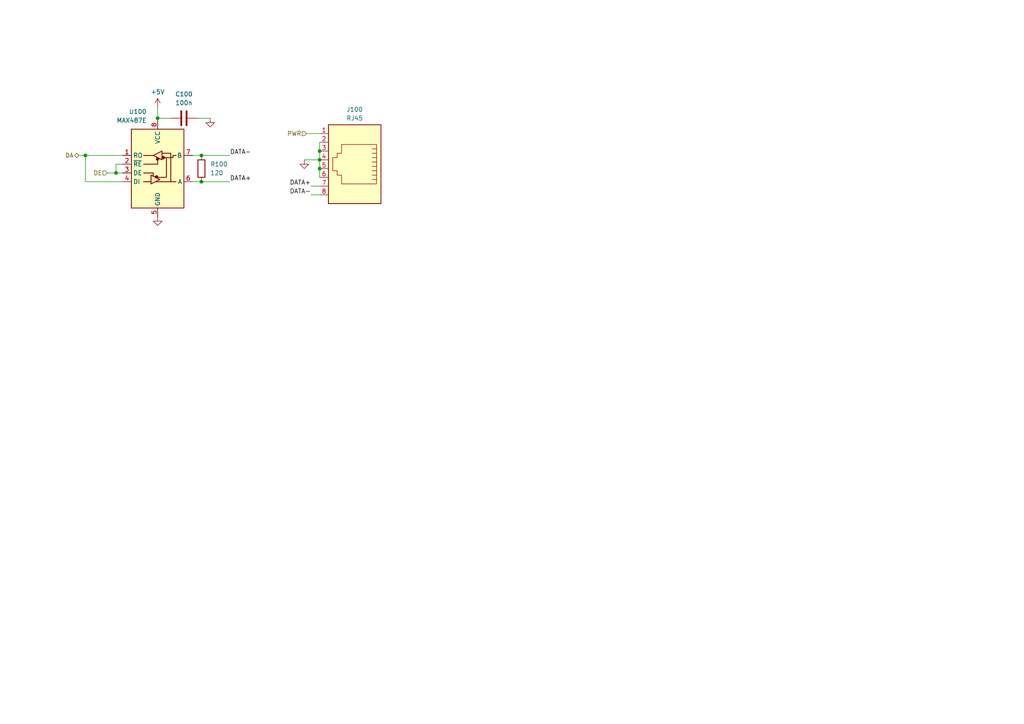
<source format=kicad_sch>
(kicad_sch (version 20230121) (generator eeschema)
  (paper "A4")
  (lib_symbols
    (symbol "Connector:RJ45" (pin_names (offset 1.016))
      (property "Reference" "J" (at -5.08 13.97 0))
      (property "Value" "RJ45" (at 2.54 13.97 0))
      (symbol "RJ45_0_1"
        (polyline (pts (xy -5.08 4.445) (xy -6.35 4.445)))
        (polyline (pts (xy -5.08 5.715) (xy -6.35 5.715)))
        (polyline (pts (xy -6.35 -3.175) (xy -5.08 -3.175) (xy -5.08 -3.175)))
        (polyline (pts (xy -6.35 -1.905) (xy -5.08 -1.905) (xy -5.08 -1.905)))
        (polyline (pts (xy -6.35 -0.635) (xy -5.08 -0.635) (xy -5.08 -0.635)))
        (polyline (pts (xy -6.35 0.635) (xy -5.08 0.635) (xy -5.08 0.635)))
        (polyline (pts (xy -6.35 1.905) (xy -5.08 1.905) (xy -5.08 1.905)))
        (polyline (pts (xy -5.08 3.175) (xy -6.35 3.175) (xy -6.35 3.175)))
        (polyline (pts (xy -6.35 -4.445) (xy -6.35 6.985) (xy 3.81 6.985) (xy 3.81 4.445) (xy 5.08 4.445) (xy 5.08 3.175) (xy 6.35 3.175) (xy 6.35 -0.635) (xy 5.08 -0.635) (xy 5.08 -1.905) (xy 3.81 -1.905) (xy 3.81 -4.445) (xy -6.35 -4.445) (xy -6.35 -4.445)))
        (rectangle (start 7.62 12.7) (end -7.62 -10.16) (stroke (width 0.254)) (fill (type background)))
      )
      (symbol "RJ45_1_1"
        (pin passive line (at 10.16 -7.62 180) (length 2.54) (name "~") (number "1"))
        (pin passive line (at 10.16 -5.08 180) (length 2.54) (name "~") (number "2"))
        (pin passive line (at 10.16 -2.54 180) (length 2.54) (name "~") (number "3"))
        (pin passive line (at 10.16 0 180) (length 2.54) (name "~") (number "4"))
        (pin passive line (at 10.16 2.54 180) (length 2.54) (name "~") (number "5"))
        (pin passive line (at 10.16 5.08 180) (length 2.54) (name "~") (number "6"))
        (pin passive line (at 10.16 7.62 180) (length 2.54) (name "~") (number "7"))
        (pin passive line (at 10.16 10.16 180) (length 2.54) (name "~") (number "8"))
      )
    )
    (symbol "Device:C" (pin_numbers hide) (pin_names (offset 0.254))
      (property "Reference" "C" (at 0.635 2.54 0))
      (property "Value" "C" (at 0.635 -2.54 0))
      (symbol "C_0_1"
        (polyline (pts (xy -2.032 -0.762) (xy 2.032 -0.762)) (stroke (width 0.508)))
        (polyline (pts (xy -2.032 0.762) (xy 2.032 0.762)) (stroke (width 0.508)))
      )
      (symbol "C_1_1"
        (pin passive line (at 0 3.81 270) (length 2.794) (name "~") (number "1"))
        (pin passive line (at 0 -3.81 90) (length 2.794) (name "~") (number "2"))
      )
    )
    (symbol "Device:R" (pin_numbers hide) (pin_names (offset 0))
      (property "Reference" "R" (at 2.032 0 90))
      (property "Value" "R" (at 0 0 90))
      (symbol "R_0_1"
        (rectangle (start -1.016 -2.54) (end 1.016 2.54) (stroke (width 0.254)))
      )
      (symbol "R_1_1"
        (pin passive line (at 0 3.81 270) (length 1.27) (name "~") (number "1"))
        (pin passive line (at 0 -3.81 90) (length 1.27) (name "~") (number "2"))
      )
    )
    (symbol "Interface_UART:MAX487E"
      (property "Reference" "U" (at -6.096 11.43 0))
      (property "Value" "MAX487E" (at 0.762 11.43 0))
      (symbol "MAX487E_0_1"
        (rectangle (start -7.62 10.16) (end 7.62 -12.7) (stroke (width 0.254)) (fill (type background)))
        (circle (center -0.3048 -3.683) (radius 0.3556) (stroke (width 0.254)) (fill (type outline)))
        (circle (center -0.0254 1.4986) (radius 0.3556) (stroke (width 0.254)) (fill (type outline)))
        (polyline (pts (xy -4.064 -5.08) (xy -1.905 -5.08)) (stroke (width 0.254)))
        (polyline (pts (xy -4.064 2.54) (xy -1.27 2.54)) (stroke (width 0.254)))
        (polyline (pts (xy -1.27 -3.2004) (xy -1.27 -3.4544)) (stroke (width 0.254)))
        (polyline (pts (xy -0.635 -5.08) (xy 5.334 -5.08)) (stroke (width 0.254)))
        (polyline (pts (xy -4.064 -2.54) (xy -1.27 -2.54) (xy -1.27 -3.175)) (stroke (width 0.254)))
        (polyline (pts (xy 0 1.27) (xy 0 0) (xy -4.064 0)) (stroke (width 0.254)))
        (polyline (pts (xy 1.27 3.175) (xy 3.81 3.175) (xy 3.81 -5.08)) (stroke (width 0.254)))
        (polyline (pts (xy 2.54 1.905) (xy 2.54 -3.81) (xy 0 -3.81)) (stroke (width 0.254)))
        (polyline (pts (xy -1.905 -3.175) (xy -1.905 -5.715) (xy 0.635 -4.445) (xy -1.905 -3.175)) (stroke (width 0.254)))
        (polyline (pts (xy -1.27 2.54) (xy 1.27 3.81) (xy 1.27 1.27) (xy -1.27 2.54)) (stroke (width 0.254)))
        (polyline (pts (xy 1.905 1.905) (xy 4.445 1.905) (xy 4.445 2.54) (xy 5.334 2.54)) (stroke (width 0.254)))
        (rectangle (start 1.27 3.175) (end 1.27 3.175))
        (circle (center 1.651 1.905) (radius 0.3556) (stroke (width 0.254)) (fill (type outline)))
      )
      (symbol "MAX487E_1_1"
        (pin output line (at -10.16 2.54 0) (length 2.54) (name "RO") (number "1"))
        (pin input line (at -10.16 0 0) (length 2.54) (name "~{RE}") (number "2"))
        (pin input line (at -10.16 -2.54 0) (length 2.54) (name "DE") (number "3"))
        (pin input line (at -10.16 -5.08 0) (length 2.54) (name "DI") (number "4"))
        (pin power_in line (at 0 -15.24 90) (length 2.54) (name "GND") (number "5"))
        (pin bidirectional line (at 10.16 -5.08 180) (length 2.54) (name "A") (number "6"))
        (pin bidirectional line (at 10.16 2.54 180) (length 2.54) (name "B") (number "7"))
        (pin power_in line (at 0 12.7 270) (length 2.54) (name "VCC") (number "8"))
      )
    )
    (symbol "power:+5V" (power) (pin_names (offset 0))
      (property "Value" "+5V" (at 0 3.556 0))
      (symbol "+5V_0_1"
        (polyline (pts (xy -0.762 1.27) (xy 0 2.54)))
        (polyline (pts (xy 0 0) (xy 0 2.54)))
        (polyline (pts (xy 0 2.54) (xy 0.762 1.27)))
      )
      (symbol "+5V_1_1"
        (pin power_in line (at 0 0 90) (length 0) hide (name "+5V") (number "1"))
      )
    )
    (symbol "power:GND" (power) (pin_names (offset 0))
      (property "Value" "GND" (at 0 -3.81 0))
      (symbol "GND_0_1"
        (polyline (pts (xy 0 0) (xy 0 -1.27) (xy 1.27 -1.27) (xy 0 -2.54) (xy -1.27 -1.27) (xy 0 -1.27)))
      )
      (symbol "GND_1_1"
        (pin power_in line (at 0 0 270) (length 0) hide (name "GND") (number "1"))
      )
    )
  )
  (junction (at 24.765 45.085))
  (junction (at 45.72 34.29))
  (junction (at 58.42 52.705))
  (junction (at 33.655 50.165))
  (junction (at 92.71 46.355))
  (junction (at 92.71 48.895))
  (junction (at 58.42 45.085))
  (junction (at 92.71 43.815))
  (wire (pts (xy 31.115 50.165) (xy 33.655 50.165)))
  (wire (pts (xy 58.42 52.705) (xy 55.88 52.705)))
  (wire (pts (xy 58.42 45.085) (xy 55.88 45.085)))
  (wire (pts (xy 22.86 45.085) (xy 24.765 45.085)))
  (wire (pts (xy 33.655 50.165) (xy 35.56 50.165)))
  (wire (pts (xy 92.71 46.355) (xy 92.71 48.895)))
  (wire (pts (xy 90.17 56.515) (xy 92.71 56.515)))
  (wire (pts (xy 24.765 45.085) (xy 35.56 45.085)))
  (wire (pts (xy 88.9 38.735) (xy 92.71 38.735)))
  (wire (pts (xy 90.17 53.975) (xy 92.71 53.975)))
  (wire (pts (xy 45.72 31.115) (xy 45.72 34.29)))
  (wire (pts (xy 24.765 52.705) (xy 35.56 52.705)))
  (wire (pts (xy 33.655 47.625) (xy 33.655 50.165)))
  (wire (pts (xy 92.71 48.895) (xy 92.71 51.435)))
  (wire (pts (xy 58.42 52.705) (xy 66.675 52.705)))
  (wire (pts (xy 45.72 34.29) (xy 49.53 34.29)))
  (wire (pts (xy 88.265 46.355) (xy 92.71 46.355)))
  (wire (pts (xy 33.655 47.625) (xy 35.56 47.625)))
  (wire (pts (xy 92.71 41.275) (xy 92.71 43.815)))
  (wire (pts (xy 60.96 34.29) (xy 57.15 34.29)))
  (wire (pts (xy 45.72 34.29) (xy 45.72 34.925)))
  (wire (pts (xy 92.71 43.815) (xy 92.71 46.355)))
  (wire (pts (xy 66.675 45.085) (xy 58.42 45.085)))
  (wire (pts (xy 24.765 52.705) (xy 24.765 45.085)))
  (label "DATA-" (at 66.675 45.085 0))
  (label "DATA+" (at 66.675 52.705 0))
  (label "DATA-" (at 90.17 56.515 180))
  (label "DATA+" (at 90.17 53.975 180))
  (hierarchical_label "DE" (shape input) (at 31.115 50.165 180))
  (hierarchical_label "PWR" (shape input) (at 88.9 38.735 180))
  (hierarchical_label "DA" (shape bidirectional) (at 22.86 45.085 180))
  (symbol (lib_id "Interface_UART:MAX487E") (at 45.72 47.625 0) (unit 1)
    (property "Reference" "U100" (at 42.545 32.385 0) (effects (justify right)))
    (property "Value" "MAX487E" (at 42.545 34.925 0) (effects (justify right)))
    (property "Footprint" "Package_SO:SOIC-8_3.9x4.9mm_P1.27mm" (effects hide))
    (property "Datasheet" "https://datasheets.maximintegrated.com/en/ds/MAX1487E-MAX491E.pdf" (effects hide))
    (instances (project "Case_Subt" (path "" (reference "U100") (unit 1)) (path "" (reference "U102") (unit 1)) (path "" (reference "U103") (unit 1)) (path "" (reference "U108") (unit 1)) (path "" (reference "U109") (unit 1)) (path "" (reference "U110") (unit 1)) (path "" (reference "U111") (unit 1)) (path "" (reference "U112") (unit 1)) (path "" (reference "U113") (unit 1)) (path "" (reference "U114") (unit 1)) (path "" (reference "U115") (unit 1)) (path "" (reference "U200") (unit 1)) (path "" (reference "U101") (unit 1)) (path "" (reference "U104") (unit 1)) (path "" (reference "U105") (unit 1)) (path "" (reference "U106") (unit 1)) (path "" (reference "U107") (unit 1)) (path "" (reference "U116") (unit 1))))
  )
  (symbol (lib_id "Device:R") (at 58.42 48.895 0) (unit 1)
    (property "Reference" "R100" (at 60.96 47.625 0) (effects (justify left)))
    (property "Value" "120" (at 60.96 50.165 0) (effects (justify left)))
    (property "Footprint" "Resistor_SMD:R_0402_1005Metric" (effects hide))
    (instances (project "Case_Subt" (path "" (reference "R100") (unit 1)) (path "" (reference "R102") (unit 1)) (path "" (reference "R103") (unit 1)) (path "" (reference "R108") (unit 1)) (path "" (reference "R109") (unit 1)) (path "" (reference "R110") (unit 1)) (path "" (reference "R111") (unit 1)) (path "" (reference "R112") (unit 1)) (path "" (reference "R113") (unit 1)) (path "" (reference "R114") (unit 1)) (path "" (reference "R115") (unit 1)) (path "" (reference "R200") (unit 1)) (path "" (reference "R101") (unit 1)) (path "" (reference "R104") (unit 1)) (path "" (reference "R105") (unit 1)) (path "" (reference "R106") (unit 1)) (path "" (reference "R107") (unit 1)) (path "" (reference "R116") (unit 1))))
  )
  (symbol (lib_id "power:+5V") (at 45.72 31.115 0) (unit 1)
    (property "Reference" "#PWR036" (effects hide))
    (property "Value" "+5V" (at 45.72 26.67 0))
    (instances (project "Case_Subt" (path "" (reference "#PWR036") (unit 1)) (path "" (reference "#PWR0104") (unit 1)) (path "" (reference "#PWR0108") (unit 1)) (path "" (reference "#PWR0112") (unit 1)) (path "" (reference "#PWR0116") (unit 1)) (path "" (reference "#PWR0132") (unit 1)) (path "" (reference "#PWR0128") (unit 1)) (path "" (reference "#PWR0124") (unit 1)) (path "" (reference "#PWR0120") (unit 1)) (path "" (reference "#PWR0136") (unit 1)) (path "" (reference "#PWR0140") (unit 1)) (path "" (reference "#PWR0144") (unit 1)) (path "" (reference "#PWR0148") (unit 1)) (path "" (reference "#PWR0164") (unit 1)) (path "" (reference "#PWR0160") (unit 1)) (path "" (reference "#PWR0156") (unit 1)) (path "" (reference "#PWR0152") (unit 1)) (path "" (reference "#PWR0168") (unit 1))))
  )
  (symbol (lib_id "Device:C") (at 53.34 34.29 90) (unit 1)
    (property "Reference" "C100" (at 53.34 27.305 90))
    (property "Value" "100n" (at 53.34 29.845 90))
    (property "Footprint" "Capacitor_SMD:C_0402_1005Metric" (effects hide))
    (instances (project "Case_Subt" (path "" (reference "C100") (unit 1)) (path "" (reference "C102") (unit 1)) (path "" (reference "C103") (unit 1)) (path "" (reference "C108") (unit 1)) (path "" (reference "C109") (unit 1)) (path "" (reference "C110") (unit 1)) (path "" (reference "C111") (unit 1)) (path "" (reference "C112") (unit 1)) (path "" (reference "C113") (unit 1)) (path "" (reference "C114") (unit 1)) (path "" (reference "C115") (unit 1)) (path "" (reference "C200") (unit 1)) (path "" (reference "C101") (unit 1)) (path "" (reference "C104") (unit 1)) (path "" (reference "C105") (unit 1)) (path "" (reference "C106") (unit 1)) (path "" (reference "C107") (unit 1)) (path "" (reference "C116") (unit 1))))
  )
  (symbol (lib_id "power:GND") (at 45.72 62.865 0) (unit 1)
    (property "Reference" "#PWR038" (effects hide))
    (property "Value" "GND" (effects hide))
    (instances (project "Case_Subt" (path "" (reference "#PWR038") (unit 1)) (path "" (reference "#PWR0103") (unit 1)) (path "" (reference "#PWR0107") (unit 1)) (path "" (reference "#PWR0111") (unit 1)) (path "" (reference "#PWR0115") (unit 1)) (path "" (reference "#PWR0131") (unit 1)) (path "" (reference "#PWR0127") (unit 1)) (path "" (reference "#PWR0123") (unit 1)) (path "" (reference "#PWR0119") (unit 1)) (path "" (reference "#PWR0135") (unit 1)) (path "" (reference "#PWR0139") (unit 1)) (path "" (reference "#PWR0143") (unit 1)) (path "" (reference "#PWR0147") (unit 1)) (path "" (reference "#PWR0163") (unit 1)) (path "" (reference "#PWR0159") (unit 1)) (path "" (reference "#PWR0155") (unit 1)) (path "" (reference "#PWR0151") (unit 1)) (path "" (reference "#PWR0167") (unit 1))))
  )
  (symbol (lib_id "power:GND") (at 60.96 34.29 0) (unit 1)
    (property "Reference" "#PWR039" (effects hide))
    (property "Value" "GND" (effects hide))
    (instances (project "Case_Subt" (path "" (reference "#PWR039") (unit 1)) (path "" (reference "#PWR0101") (unit 1)) (path "" (reference "#PWR0105") (unit 1)) (path "" (reference "#PWR0109") (unit 1)) (path "" (reference "#PWR0113") (unit 1)) (path "" (reference "#PWR0129") (unit 1)) (path "" (reference "#PWR0125") (unit 1)) (path "" (reference "#PWR0121") (unit 1)) (path "" (reference "#PWR0117") (unit 1)) (path "" (reference "#PWR0133") (unit 1)) (path "" (reference "#PWR0137") (unit 1)) (path "" (reference "#PWR0141") (unit 1)) (path "" (reference "#PWR0145") (unit 1)) (path "" (reference "#PWR0161") (unit 1)) (path "" (reference "#PWR0157") (unit 1)) (path "" (reference "#PWR0153") (unit 1)) (path "" (reference "#PWR0149") (unit 1)) (path "" (reference "#PWR0165") (unit 1))))
  )
  (symbol (lib_id "power:GND") (at 88.265 46.355 0) (unit 1)
    (property "Reference" "#PWR040" (effects hide))
    (property "Value" "GND" (effects hide))
    (instances (project "Case_Subt" (path "" (reference "#PWR040") (unit 1)) (path "" (reference "#PWR0102") (unit 1)) (path "" (reference "#PWR0106") (unit 1)) (path "" (reference "#PWR0110") (unit 1)) (path "" (reference "#PWR0114") (unit 1)) (path "" (reference "#PWR0130") (unit 1)) (path "" (reference "#PWR0126") (unit 1)) (path "" (reference "#PWR0122") (unit 1)) (path "" (reference "#PWR0118") (unit 1)) (path "" (reference "#PWR0134") (unit 1)) (path "" (reference "#PWR0138") (unit 1)) (path "" (reference "#PWR0142") (unit 1)) (path "" (reference "#PWR0146") (unit 1)) (path "" (reference "#PWR0162") (unit 1)) (path "" (reference "#PWR0158") (unit 1)) (path "" (reference "#PWR0154") (unit 1)) (path "" (reference "#PWR0150") (unit 1)) (path "" (reference "#PWR0166") (unit 1))))
  )
  (symbol (lib_id "Connector:RJ45") (at 102.87 46.355 180) (unit 1)
    (property "Reference" "J100" (at 102.87 31.75 0))
    (property "Value" "RJ45" (at 102.87 34.29 0))
    (property "Footprint" "Connector_RJ:RJ45_OST_PJ012-8P8CX_Vertical" (effects hide))
    (instances (project "Case_Subt" (path "" (reference "J100") (unit 1)) (path "" (reference "J102") (unit 1)) (path "" (reference "J103") (unit 1)) (path "" (reference "J108") (unit 1)) (path "" (reference "J109") (unit 1)) (path "" (reference "J110") (unit 1)) (path "" (reference "J111") (unit 1)) (path "" (reference "J112") (unit 1)) (path "" (reference "J113") (unit 1)) (path "" (reference "J114") (unit 1)) (path "" (reference "J115") (unit 1)) (path "" (reference "J200") (unit 1)) (path "" (reference "J101") (unit 1)) (path "" (reference "J104") (unit 1)) (path "" (reference "J105") (unit 1)) (path "" (reference "J106") (unit 1)) (path "" (reference "J107") (unit 1)) (path "" (reference "J116") (unit 1))))
  )
)
</source>
